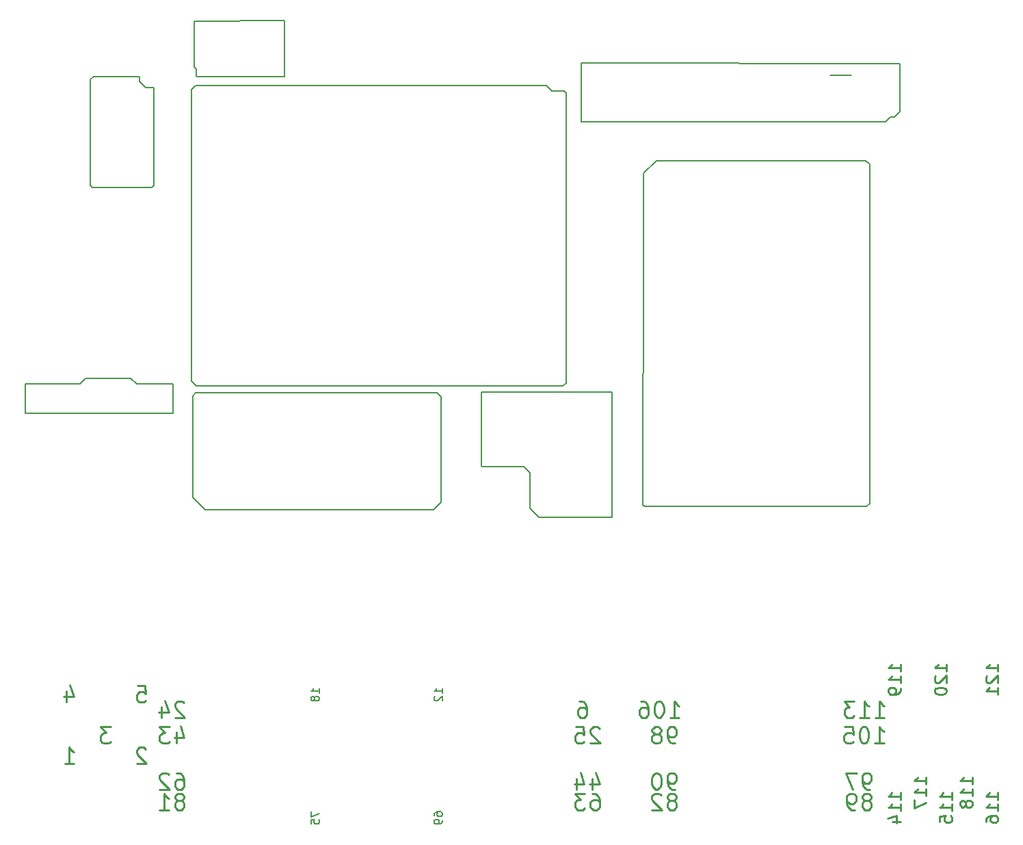
<source format=gbo>
G04 #@! TF.GenerationSoftware,KiCad,Pcbnew,(5.99.0-9206-g896188ca5e)*
G04 #@! TF.CreationDate,2021-02-20T22:34:01+02:00*
G04 #@! TF.ProjectId,hellen121vag,68656c6c-656e-4313-9231-7661672e6b69,a*
G04 #@! TF.SameCoordinates,PX2b953a0PY6943058*
G04 #@! TF.FileFunction,Legend,Bot*
G04 #@! TF.FilePolarity,Positive*
%FSLAX46Y46*%
G04 Gerber Fmt 4.6, Leading zero omitted, Abs format (unit mm)*
G04 Created by KiCad (PCBNEW (5.99.0-9206-g896188ca5e)) date 2021-02-20 22:34:01*
%MOMM*%
%LPD*%
G01*
G04 APERTURE LIST*
%ADD10C,0.250000*%
%ADD11C,0.200000*%
G04 APERTURE END LIST*
D10*
X127063571Y23745000D02*
X127063571Y24602143D01*
X127063571Y24173572D02*
X125563571Y24173572D01*
X125777857Y24316429D01*
X125920714Y24459286D01*
X125992142Y24602143D01*
X127063571Y22316429D02*
X127063571Y23173572D01*
X127063571Y22745000D02*
X125563571Y22745000D01*
X125777857Y22887858D01*
X125920714Y23030715D01*
X125992142Y23173572D01*
X127063571Y21602143D02*
X127063571Y21316429D01*
X126992142Y21173572D01*
X126920714Y21102143D01*
X126706428Y20959286D01*
X126420714Y20887858D01*
X125849285Y20887858D01*
X125706428Y20959286D01*
X125635000Y21030715D01*
X125563571Y21173572D01*
X125563571Y21459286D01*
X125635000Y21602143D01*
X125706428Y21673572D01*
X125849285Y21745000D01*
X126206428Y21745000D01*
X126349285Y21673572D01*
X126420714Y21602143D01*
X126492142Y21459286D01*
X126492142Y21173572D01*
X126420714Y21030715D01*
X126349285Y20959286D01*
X126206428Y20887858D01*
X139128571Y23745000D02*
X139128571Y24602143D01*
X139128571Y24173572D02*
X137628571Y24173572D01*
X137842857Y24316429D01*
X137985714Y24459286D01*
X138057142Y24602143D01*
X137771428Y23173572D02*
X137700000Y23102143D01*
X137628571Y22959286D01*
X137628571Y22602143D01*
X137700000Y22459286D01*
X137771428Y22387858D01*
X137914285Y22316429D01*
X138057142Y22316429D01*
X138271428Y22387858D01*
X139128571Y23245000D01*
X139128571Y22316429D01*
X139128571Y20887858D02*
X139128571Y21745000D01*
X139128571Y21316429D02*
X137628571Y21316429D01*
X137842857Y21459286D01*
X137985714Y21602143D01*
X138057142Y21745000D01*
X139128571Y7870000D02*
X139128571Y8727143D01*
X139128571Y8298572D02*
X137628571Y8298572D01*
X137842857Y8441429D01*
X137985714Y8584286D01*
X138057142Y8727143D01*
X139128571Y6441429D02*
X139128571Y7298572D01*
X139128571Y6870000D02*
X137628571Y6870000D01*
X137842857Y7012858D01*
X137985714Y7155715D01*
X138057142Y7298572D01*
X137628571Y5155715D02*
X137628571Y5441429D01*
X137700000Y5584286D01*
X137771428Y5655715D01*
X137985714Y5798572D01*
X138271428Y5870000D01*
X138842857Y5870000D01*
X138985714Y5798572D01*
X139057142Y5727143D01*
X139128571Y5584286D01*
X139128571Y5298572D01*
X139057142Y5155715D01*
X138985714Y5084286D01*
X138842857Y5012858D01*
X138485714Y5012858D01*
X138342857Y5084286D01*
X138271428Y5155715D01*
X138200000Y5298572D01*
X138200000Y5584286D01*
X138271428Y5727143D01*
X138342857Y5798572D01*
X138485714Y5870000D01*
X133413571Y7870000D02*
X133413571Y8727143D01*
X133413571Y8298572D02*
X131913571Y8298572D01*
X132127857Y8441429D01*
X132270714Y8584286D01*
X132342142Y8727143D01*
X133413571Y6441429D02*
X133413571Y7298572D01*
X133413571Y6870000D02*
X131913571Y6870000D01*
X132127857Y7012858D01*
X132270714Y7155715D01*
X132342142Y7298572D01*
X131913571Y5084286D02*
X131913571Y5798572D01*
X132627857Y5870000D01*
X132556428Y5798572D01*
X132485000Y5655715D01*
X132485000Y5298572D01*
X132556428Y5155715D01*
X132627857Y5084286D01*
X132770714Y5012858D01*
X133127857Y5012858D01*
X133270714Y5084286D01*
X133342142Y5155715D01*
X133413571Y5298572D01*
X133413571Y5655715D01*
X133342142Y5798572D01*
X133270714Y5870000D01*
X135953571Y9775000D02*
X135953571Y10632143D01*
X135953571Y10203572D02*
X134453571Y10203572D01*
X134667857Y10346429D01*
X134810714Y10489286D01*
X134882142Y10632143D01*
X135953571Y8346429D02*
X135953571Y9203572D01*
X135953571Y8775000D02*
X134453571Y8775000D01*
X134667857Y8917858D01*
X134810714Y9060715D01*
X134882142Y9203572D01*
X135096428Y7489286D02*
X135025000Y7632143D01*
X134953571Y7703572D01*
X134810714Y7775000D01*
X134739285Y7775000D01*
X134596428Y7703572D01*
X134525000Y7632143D01*
X134453571Y7489286D01*
X134453571Y7203572D01*
X134525000Y7060715D01*
X134596428Y6989286D01*
X134739285Y6917858D01*
X134810714Y6917858D01*
X134953571Y6989286D01*
X135025000Y7060715D01*
X135096428Y7203572D01*
X135096428Y7489286D01*
X135167857Y7632143D01*
X135239285Y7703572D01*
X135382142Y7775000D01*
X135667857Y7775000D01*
X135810714Y7703572D01*
X135882142Y7632143D01*
X135953571Y7489286D01*
X135953571Y7203572D01*
X135882142Y7060715D01*
X135810714Y6989286D01*
X135667857Y6917858D01*
X135382142Y6917858D01*
X135239285Y6989286D01*
X135167857Y7060715D01*
X135096428Y7203572D01*
X132778571Y23745000D02*
X132778571Y24602143D01*
X132778571Y24173572D02*
X131278571Y24173572D01*
X131492857Y24316429D01*
X131635714Y24459286D01*
X131707142Y24602143D01*
X131421428Y23173572D02*
X131350000Y23102143D01*
X131278571Y22959286D01*
X131278571Y22602143D01*
X131350000Y22459286D01*
X131421428Y22387858D01*
X131564285Y22316429D01*
X131707142Y22316429D01*
X131921428Y22387858D01*
X132778571Y23245000D01*
X132778571Y22316429D01*
X131278571Y21387858D02*
X131278571Y21245000D01*
X131350000Y21102143D01*
X131421428Y21030715D01*
X131564285Y20959286D01*
X131850000Y20887858D01*
X132207142Y20887858D01*
X132492857Y20959286D01*
X132635714Y21030715D01*
X132707142Y21102143D01*
X132778571Y21245000D01*
X132778571Y21387858D01*
X132707142Y21530715D01*
X132635714Y21602143D01*
X132492857Y21673572D01*
X132207142Y21745000D01*
X131850000Y21745000D01*
X131564285Y21673572D01*
X131421428Y21602143D01*
X131350000Y21530715D01*
X131278571Y21387858D01*
X130238571Y9775000D02*
X130238571Y10632143D01*
X130238571Y10203572D02*
X128738571Y10203572D01*
X128952857Y10346429D01*
X129095714Y10489286D01*
X129167142Y10632143D01*
X130238571Y8346429D02*
X130238571Y9203572D01*
X130238571Y8775000D02*
X128738571Y8775000D01*
X128952857Y8917858D01*
X129095714Y9060715D01*
X129167142Y9203572D01*
X128738571Y7846429D02*
X128738571Y6846429D01*
X130238571Y7489286D01*
X127063571Y7870000D02*
X127063571Y8727143D01*
X127063571Y8298572D02*
X125563571Y8298572D01*
X125777857Y8441429D01*
X125920714Y8584286D01*
X125992142Y8727143D01*
X127063571Y6441429D02*
X127063571Y7298572D01*
X127063571Y6870000D02*
X125563571Y6870000D01*
X125777857Y7012858D01*
X125920714Y7155715D01*
X125992142Y7298572D01*
X126063571Y5155715D02*
X127063571Y5155715D01*
X125492142Y5512858D02*
X126563571Y5870000D01*
X126563571Y4941429D01*
X123082857Y7743096D02*
X123273333Y7838334D01*
X123368571Y7933572D01*
X123463809Y8124048D01*
X123463809Y8219286D01*
X123368571Y8409762D01*
X123273333Y8505000D01*
X123082857Y8600239D01*
X122701904Y8600239D01*
X122511428Y8505000D01*
X122416190Y8409762D01*
X122320952Y8219286D01*
X122320952Y8124048D01*
X122416190Y7933572D01*
X122511428Y7838334D01*
X122701904Y7743096D01*
X123082857Y7743096D01*
X123273333Y7647858D01*
X123368571Y7552620D01*
X123463809Y7362143D01*
X123463809Y6981191D01*
X123368571Y6790715D01*
X123273333Y6695477D01*
X123082857Y6600239D01*
X122701904Y6600239D01*
X122511428Y6695477D01*
X122416190Y6790715D01*
X122320952Y6981191D01*
X122320952Y7362143D01*
X122416190Y7552620D01*
X122511428Y7647858D01*
X122701904Y7743096D01*
X121368571Y6600239D02*
X120987619Y6600239D01*
X120797142Y6695477D01*
X120701904Y6790715D01*
X120511428Y7076429D01*
X120416190Y7457381D01*
X120416190Y8219286D01*
X120511428Y8409762D01*
X120606666Y8505000D01*
X120797142Y8600239D01*
X121178095Y8600239D01*
X121368571Y8505000D01*
X121463809Y8409762D01*
X121559047Y8219286D01*
X121559047Y7743096D01*
X121463809Y7552620D01*
X121368571Y7457381D01*
X121178095Y7362143D01*
X120797142Y7362143D01*
X120606666Y7457381D01*
X120511428Y7552620D01*
X120416190Y7743096D01*
X123273333Y9140239D02*
X122892380Y9140239D01*
X122701904Y9235477D01*
X122606666Y9330715D01*
X122416190Y9616429D01*
X122320952Y9997381D01*
X122320952Y10759286D01*
X122416190Y10949762D01*
X122511428Y11045000D01*
X122701904Y11140239D01*
X123082857Y11140239D01*
X123273333Y11045000D01*
X123368571Y10949762D01*
X123463809Y10759286D01*
X123463809Y10283096D01*
X123368571Y10092620D01*
X123273333Y9997381D01*
X123082857Y9902143D01*
X122701904Y9902143D01*
X122511428Y9997381D01*
X122416190Y10092620D01*
X122320952Y10283096D01*
X121654285Y11140239D02*
X120320952Y11140239D01*
X121178095Y9140239D01*
X123883333Y14870239D02*
X125026190Y14870239D01*
X124454761Y14870239D02*
X124454761Y16870239D01*
X124645238Y16584524D01*
X124835714Y16394048D01*
X125026190Y16298810D01*
X122645238Y16870239D02*
X122454761Y16870239D01*
X122264285Y16775000D01*
X122169047Y16679762D01*
X122073809Y16489286D01*
X121978571Y16108334D01*
X121978571Y15632143D01*
X122073809Y15251191D01*
X122169047Y15060715D01*
X122264285Y14965477D01*
X122454761Y14870239D01*
X122645238Y14870239D01*
X122835714Y14965477D01*
X122930952Y15060715D01*
X123026190Y15251191D01*
X123121428Y15632143D01*
X123121428Y16108334D01*
X123026190Y16489286D01*
X122930952Y16679762D01*
X122835714Y16775000D01*
X122645238Y16870239D01*
X120169047Y16870239D02*
X121121428Y16870239D01*
X121216666Y15917858D01*
X121121428Y16013096D01*
X120930952Y16108334D01*
X120454761Y16108334D01*
X120264285Y16013096D01*
X120169047Y15917858D01*
X120073809Y15727381D01*
X120073809Y15251191D01*
X120169047Y15060715D01*
X120264285Y14965477D01*
X120454761Y14870239D01*
X120930952Y14870239D01*
X121121428Y14965477D01*
X121216666Y15060715D01*
X123908333Y18030239D02*
X125051190Y18030239D01*
X124479761Y18030239D02*
X124479761Y20030239D01*
X124670238Y19744524D01*
X124860714Y19554048D01*
X125051190Y19458810D01*
X122003571Y18030239D02*
X123146428Y18030239D01*
X122575000Y18030239D02*
X122575000Y20030239D01*
X122765476Y19744524D01*
X122955952Y19554048D01*
X123146428Y19458810D01*
X121336904Y20030239D02*
X120098809Y20030239D01*
X120765476Y19268334D01*
X120479761Y19268334D01*
X120289285Y19173096D01*
X120194047Y19077858D01*
X120098809Y18887381D01*
X120098809Y18411191D01*
X120194047Y18220715D01*
X120289285Y18125477D01*
X120479761Y18030239D01*
X121051190Y18030239D01*
X121241666Y18125477D01*
X121336904Y18220715D01*
X98952857Y7743096D02*
X99143333Y7838334D01*
X99238571Y7933572D01*
X99333809Y8124048D01*
X99333809Y8219286D01*
X99238571Y8409762D01*
X99143333Y8505000D01*
X98952857Y8600239D01*
X98571904Y8600239D01*
X98381428Y8505000D01*
X98286190Y8409762D01*
X98190952Y8219286D01*
X98190952Y8124048D01*
X98286190Y7933572D01*
X98381428Y7838334D01*
X98571904Y7743096D01*
X98952857Y7743096D01*
X99143333Y7647858D01*
X99238571Y7552620D01*
X99333809Y7362143D01*
X99333809Y6981191D01*
X99238571Y6790715D01*
X99143333Y6695477D01*
X98952857Y6600239D01*
X98571904Y6600239D01*
X98381428Y6695477D01*
X98286190Y6790715D01*
X98190952Y6981191D01*
X98190952Y7362143D01*
X98286190Y7552620D01*
X98381428Y7647858D01*
X98571904Y7743096D01*
X97429047Y8409762D02*
X97333809Y8505000D01*
X97143333Y8600239D01*
X96667142Y8600239D01*
X96476666Y8505000D01*
X96381428Y8409762D01*
X96286190Y8219286D01*
X96286190Y8028810D01*
X96381428Y7743096D01*
X97524285Y6600239D01*
X96286190Y6600239D01*
X99143333Y9140239D02*
X98762380Y9140239D01*
X98571904Y9235477D01*
X98476666Y9330715D01*
X98286190Y9616429D01*
X98190952Y9997381D01*
X98190952Y10759286D01*
X98286190Y10949762D01*
X98381428Y11045000D01*
X98571904Y11140239D01*
X98952857Y11140239D01*
X99143333Y11045000D01*
X99238571Y10949762D01*
X99333809Y10759286D01*
X99333809Y10283096D01*
X99238571Y10092620D01*
X99143333Y9997381D01*
X98952857Y9902143D01*
X98571904Y9902143D01*
X98381428Y9997381D01*
X98286190Y10092620D01*
X98190952Y10283096D01*
X96952857Y11140239D02*
X96762380Y11140239D01*
X96571904Y11045000D01*
X96476666Y10949762D01*
X96381428Y10759286D01*
X96286190Y10378334D01*
X96286190Y9902143D01*
X96381428Y9521191D01*
X96476666Y9330715D01*
X96571904Y9235477D01*
X96762380Y9140239D01*
X96952857Y9140239D01*
X97143333Y9235477D01*
X97238571Y9330715D01*
X97333809Y9521191D01*
X97429047Y9902143D01*
X97429047Y10378334D01*
X97333809Y10759286D01*
X97238571Y10949762D01*
X97143333Y11045000D01*
X96952857Y11140239D01*
X99143333Y14855239D02*
X98762380Y14855239D01*
X98571904Y14950477D01*
X98476666Y15045715D01*
X98286190Y15331429D01*
X98190952Y15712381D01*
X98190952Y16474286D01*
X98286190Y16664762D01*
X98381428Y16760000D01*
X98571904Y16855239D01*
X98952857Y16855239D01*
X99143333Y16760000D01*
X99238571Y16664762D01*
X99333809Y16474286D01*
X99333809Y15998096D01*
X99238571Y15807620D01*
X99143333Y15712381D01*
X98952857Y15617143D01*
X98571904Y15617143D01*
X98381428Y15712381D01*
X98286190Y15807620D01*
X98190952Y15998096D01*
X97048095Y15998096D02*
X97238571Y16093334D01*
X97333809Y16188572D01*
X97429047Y16379048D01*
X97429047Y16474286D01*
X97333809Y16664762D01*
X97238571Y16760000D01*
X97048095Y16855239D01*
X96667142Y16855239D01*
X96476666Y16760000D01*
X96381428Y16664762D01*
X96286190Y16474286D01*
X96286190Y16379048D01*
X96381428Y16188572D01*
X96476666Y16093334D01*
X96667142Y15998096D01*
X97048095Y15998096D01*
X97238571Y15902858D01*
X97333809Y15807620D01*
X97429047Y15617143D01*
X97429047Y15236191D01*
X97333809Y15045715D01*
X97238571Y14950477D01*
X97048095Y14855239D01*
X96667142Y14855239D01*
X96476666Y14950477D01*
X96381428Y15045715D01*
X96286190Y15236191D01*
X96286190Y15617143D01*
X96381428Y15807620D01*
X96476666Y15902858D01*
X96667142Y15998096D01*
X98508333Y18030239D02*
X99651190Y18030239D01*
X99079761Y18030239D02*
X99079761Y20030239D01*
X99270238Y19744524D01*
X99460714Y19554048D01*
X99651190Y19458810D01*
X97270238Y20030239D02*
X97079761Y20030239D01*
X96889285Y19935000D01*
X96794047Y19839762D01*
X96698809Y19649286D01*
X96603571Y19268334D01*
X96603571Y18792143D01*
X96698809Y18411191D01*
X96794047Y18220715D01*
X96889285Y18125477D01*
X97079761Y18030239D01*
X97270238Y18030239D01*
X97460714Y18125477D01*
X97555952Y18220715D01*
X97651190Y18411191D01*
X97746428Y18792143D01*
X97746428Y19268334D01*
X97651190Y19649286D01*
X97555952Y19839762D01*
X97460714Y19935000D01*
X97270238Y20030239D01*
X94889285Y20030239D02*
X95270238Y20030239D01*
X95460714Y19935000D01*
X95555952Y19839762D01*
X95746428Y19554048D01*
X95841666Y19173096D01*
X95841666Y18411191D01*
X95746428Y18220715D01*
X95651190Y18125477D01*
X95460714Y18030239D01*
X95079761Y18030239D01*
X94889285Y18125477D01*
X94794047Y18220715D01*
X94698809Y18411191D01*
X94698809Y18887381D01*
X94794047Y19077858D01*
X94889285Y19173096D01*
X95079761Y19268334D01*
X95460714Y19268334D01*
X95651190Y19173096D01*
X95746428Y19077858D01*
X95841666Y18887381D01*
X88856428Y8600239D02*
X89237380Y8600239D01*
X89427857Y8505000D01*
X89523095Y8409762D01*
X89713571Y8124048D01*
X89808809Y7743096D01*
X89808809Y6981191D01*
X89713571Y6790715D01*
X89618333Y6695477D01*
X89427857Y6600239D01*
X89046904Y6600239D01*
X88856428Y6695477D01*
X88761190Y6790715D01*
X88665952Y6981191D01*
X88665952Y7457381D01*
X88761190Y7647858D01*
X88856428Y7743096D01*
X89046904Y7838334D01*
X89427857Y7838334D01*
X89618333Y7743096D01*
X89713571Y7647858D01*
X89808809Y7457381D01*
X87999285Y8600239D02*
X86761190Y8600239D01*
X87427857Y7838334D01*
X87142142Y7838334D01*
X86951666Y7743096D01*
X86856428Y7647858D01*
X86761190Y7457381D01*
X86761190Y6981191D01*
X86856428Y6790715D01*
X86951666Y6695477D01*
X87142142Y6600239D01*
X87713571Y6600239D01*
X87904047Y6695477D01*
X87999285Y6790715D01*
X88856428Y10473572D02*
X88856428Y9140239D01*
X89332619Y11235477D02*
X89808809Y9806905D01*
X88570714Y9806905D01*
X86951666Y10473572D02*
X86951666Y9140239D01*
X87427857Y11235477D02*
X87904047Y9806905D01*
X86665952Y9806905D01*
X89808809Y16664762D02*
X89713571Y16760000D01*
X89523095Y16855239D01*
X89046904Y16855239D01*
X88856428Y16760000D01*
X88761190Y16664762D01*
X88665952Y16474286D01*
X88665952Y16283810D01*
X88761190Y15998096D01*
X89904047Y14855239D01*
X88665952Y14855239D01*
X86856428Y16855239D02*
X87808809Y16855239D01*
X87904047Y15902858D01*
X87808809Y15998096D01*
X87618333Y16093334D01*
X87142142Y16093334D01*
X86951666Y15998096D01*
X86856428Y15902858D01*
X86761190Y15712381D01*
X86761190Y15236191D01*
X86856428Y15045715D01*
X86951666Y14950477D01*
X87142142Y14855239D01*
X87618333Y14855239D01*
X87808809Y14950477D01*
X87904047Y15045715D01*
X87269047Y20030239D02*
X87650000Y20030239D01*
X87840476Y19935000D01*
X87935714Y19839762D01*
X88126190Y19554048D01*
X88221428Y19173096D01*
X88221428Y18411191D01*
X88126190Y18220715D01*
X88030952Y18125477D01*
X87840476Y18030239D01*
X87459523Y18030239D01*
X87269047Y18125477D01*
X87173809Y18220715D01*
X87078571Y18411191D01*
X87078571Y18887381D01*
X87173809Y19077858D01*
X87269047Y19173096D01*
X87459523Y19268334D01*
X87840476Y19268334D01*
X88030952Y19173096D01*
X88126190Y19077858D01*
X88221428Y18887381D01*
X32563809Y21935239D02*
X33516190Y21935239D01*
X33611428Y20982858D01*
X33516190Y21078096D01*
X33325714Y21173334D01*
X32849523Y21173334D01*
X32659047Y21078096D01*
X32563809Y20982858D01*
X32468571Y20792381D01*
X32468571Y20316191D01*
X32563809Y20125715D01*
X32659047Y20030477D01*
X32849523Y19935239D01*
X33325714Y19935239D01*
X33516190Y20030477D01*
X33611428Y20125715D01*
X23769047Y21268572D02*
X23769047Y19935239D01*
X24245238Y22030477D02*
X24721428Y20601905D01*
X23483333Y20601905D01*
X29261666Y16855239D02*
X28023571Y16855239D01*
X28690238Y16093334D01*
X28404523Y16093334D01*
X28214047Y15998096D01*
X28118809Y15902858D01*
X28023571Y15712381D01*
X28023571Y15236191D01*
X28118809Y15045715D01*
X28214047Y14950477D01*
X28404523Y14855239D01*
X28975952Y14855239D01*
X29166428Y14950477D01*
X29261666Y15045715D01*
X33611428Y14124762D02*
X33516190Y14220000D01*
X33325714Y14315239D01*
X32849523Y14315239D01*
X32659047Y14220000D01*
X32563809Y14124762D01*
X32468571Y13934286D01*
X32468571Y13743810D01*
X32563809Y13458096D01*
X33706666Y12315239D01*
X32468571Y12315239D01*
X23578571Y12315239D02*
X24721428Y12315239D01*
X24150000Y12315239D02*
X24150000Y14315239D01*
X24340476Y14029524D01*
X24530952Y13839048D01*
X24721428Y13743810D01*
X37992857Y7743096D02*
X38183333Y7838334D01*
X38278571Y7933572D01*
X38373809Y8124048D01*
X38373809Y8219286D01*
X38278571Y8409762D01*
X38183333Y8505000D01*
X37992857Y8600239D01*
X37611904Y8600239D01*
X37421428Y8505000D01*
X37326190Y8409762D01*
X37230952Y8219286D01*
X37230952Y8124048D01*
X37326190Y7933572D01*
X37421428Y7838334D01*
X37611904Y7743096D01*
X37992857Y7743096D01*
X38183333Y7647858D01*
X38278571Y7552620D01*
X38373809Y7362143D01*
X38373809Y6981191D01*
X38278571Y6790715D01*
X38183333Y6695477D01*
X37992857Y6600239D01*
X37611904Y6600239D01*
X37421428Y6695477D01*
X37326190Y6790715D01*
X37230952Y6981191D01*
X37230952Y7362143D01*
X37326190Y7552620D01*
X37421428Y7647858D01*
X37611904Y7743096D01*
X35326190Y6600239D02*
X36469047Y6600239D01*
X35897619Y6600239D02*
X35897619Y8600239D01*
X36088095Y8314524D01*
X36278571Y8124048D01*
X36469047Y8028810D01*
X37421428Y11140239D02*
X37802380Y11140239D01*
X37992857Y11045000D01*
X38088095Y10949762D01*
X38278571Y10664048D01*
X38373809Y10283096D01*
X38373809Y9521191D01*
X38278571Y9330715D01*
X38183333Y9235477D01*
X37992857Y9140239D01*
X37611904Y9140239D01*
X37421428Y9235477D01*
X37326190Y9330715D01*
X37230952Y9521191D01*
X37230952Y9997381D01*
X37326190Y10187858D01*
X37421428Y10283096D01*
X37611904Y10378334D01*
X37992857Y10378334D01*
X38183333Y10283096D01*
X38278571Y10187858D01*
X38373809Y9997381D01*
X36469047Y10949762D02*
X36373809Y11045000D01*
X36183333Y11140239D01*
X35707142Y11140239D01*
X35516666Y11045000D01*
X35421428Y10949762D01*
X35326190Y10759286D01*
X35326190Y10568810D01*
X35421428Y10283096D01*
X36564285Y9140239D01*
X35326190Y9140239D01*
X37421428Y16188572D02*
X37421428Y14855239D01*
X37897619Y16950477D02*
X38373809Y15521905D01*
X37135714Y15521905D01*
X36564285Y16855239D02*
X35326190Y16855239D01*
X35992857Y16093334D01*
X35707142Y16093334D01*
X35516666Y15998096D01*
X35421428Y15902858D01*
X35326190Y15712381D01*
X35326190Y15236191D01*
X35421428Y15045715D01*
X35516666Y14950477D01*
X35707142Y14855239D01*
X36278571Y14855239D01*
X36469047Y14950477D01*
X36564285Y15045715D01*
X38373809Y19839762D02*
X38278571Y19935000D01*
X38088095Y20030239D01*
X37611904Y20030239D01*
X37421428Y19935000D01*
X37326190Y19839762D01*
X37230952Y19649286D01*
X37230952Y19458810D01*
X37326190Y19173096D01*
X38469047Y18030239D01*
X37230952Y18030239D01*
X35516666Y19363572D02*
X35516666Y18030239D01*
X35992857Y20125477D02*
X36469047Y18696905D01*
X35230952Y18696905D01*
D11*
X69322380Y5885715D02*
X69322380Y6076191D01*
X69370000Y6171429D01*
X69417619Y6219048D01*
X69560476Y6314286D01*
X69750952Y6361905D01*
X70131904Y6361905D01*
X70227142Y6314286D01*
X70274761Y6266667D01*
X70322380Y6171429D01*
X70322380Y5980953D01*
X70274761Y5885715D01*
X70227142Y5838096D01*
X70131904Y5790477D01*
X69893809Y5790477D01*
X69798571Y5838096D01*
X69750952Y5885715D01*
X69703333Y5980953D01*
X69703333Y6171429D01*
X69750952Y6266667D01*
X69798571Y6314286D01*
X69893809Y6361905D01*
X70322380Y5314286D02*
X70322380Y5123810D01*
X70274761Y5028572D01*
X70227142Y4980953D01*
X70084285Y4885715D01*
X69893809Y4838096D01*
X69512857Y4838096D01*
X69417619Y4885715D01*
X69370000Y4933334D01*
X69322380Y5028572D01*
X69322380Y5219048D01*
X69370000Y5314286D01*
X69417619Y5361905D01*
X69512857Y5409524D01*
X69750952Y5409524D01*
X69846190Y5361905D01*
X69893809Y5314286D01*
X69941428Y5219048D01*
X69941428Y5028572D01*
X69893809Y4933334D01*
X69846190Y4885715D01*
X69750952Y4838096D01*
X70322380Y21030477D02*
X70322380Y21601905D01*
X70322380Y21316191D02*
X69322380Y21316191D01*
X69465238Y21411429D01*
X69560476Y21506667D01*
X69608095Y21601905D01*
X69417619Y20649524D02*
X69370000Y20601905D01*
X69322380Y20506667D01*
X69322380Y20268572D01*
X69370000Y20173334D01*
X69417619Y20125715D01*
X69512857Y20078096D01*
X69608095Y20078096D01*
X69750952Y20125715D01*
X70322380Y20697143D01*
X70322380Y20078096D01*
X55082380Y21030477D02*
X55082380Y21601905D01*
X55082380Y21316191D02*
X54082380Y21316191D01*
X54225238Y21411429D01*
X54320476Y21506667D01*
X54368095Y21601905D01*
X54510952Y20459048D02*
X54463333Y20554286D01*
X54415714Y20601905D01*
X54320476Y20649524D01*
X54272857Y20649524D01*
X54177619Y20601905D01*
X54130000Y20554286D01*
X54082380Y20459048D01*
X54082380Y20268572D01*
X54130000Y20173334D01*
X54177619Y20125715D01*
X54272857Y20078096D01*
X54320476Y20078096D01*
X54415714Y20125715D01*
X54463333Y20173334D01*
X54510952Y20268572D01*
X54510952Y20459048D01*
X54558571Y20554286D01*
X54606190Y20601905D01*
X54701428Y20649524D01*
X54891904Y20649524D01*
X54987142Y20601905D01*
X55034761Y20554286D01*
X55082380Y20459048D01*
X55082380Y20268572D01*
X55034761Y20173334D01*
X54987142Y20125715D01*
X54891904Y20078096D01*
X54701428Y20078096D01*
X54606190Y20125715D01*
X54558571Y20173334D01*
X54510952Y20268572D01*
X54082380Y6409524D02*
X54082380Y5742858D01*
X55082380Y6171429D01*
X54082380Y4885715D02*
X54082380Y5361905D01*
X54558571Y5409524D01*
X54510952Y5361905D01*
X54463333Y5266667D01*
X54463333Y5028572D01*
X54510952Y4933334D01*
X54558571Y4885715D01*
X54653809Y4838096D01*
X54891904Y4838096D01*
X54987142Y4885715D01*
X55034761Y4933334D01*
X55082380Y5028572D01*
X55082380Y5266667D01*
X55034761Y5361905D01*
X54987142Y5409524D01*
G04 #@! TO.C,M3*
X39800133Y96221376D02*
X83187501Y96221376D01*
X39312496Y95733739D02*
X39800133Y96221376D01*
X83187501Y96221376D02*
X83887500Y95521378D01*
X39312496Y95733739D02*
X39312499Y59641454D01*
X85412501Y95521378D02*
X85636701Y95297177D01*
X39881588Y59072365D02*
X85294274Y59072370D01*
X85636701Y95297177D02*
X85636709Y59414805D01*
X85294274Y59072370D02*
X85636709Y59414805D01*
X39312499Y59641454D02*
X39881588Y59072365D01*
X83887500Y95521378D02*
X85412501Y95521378D01*
G04 #@! TO.C,M1*
X39637499Y98506668D02*
X39637499Y104204490D01*
X39912503Y97406663D02*
X39968705Y97356663D01*
X39912503Y97406663D02*
X39912503Y98231662D01*
X39968705Y97356663D02*
X50812499Y97356663D01*
X39637499Y104204490D02*
X50812499Y104243337D01*
X39637499Y98506668D02*
X39912503Y98231662D01*
X50812499Y97350460D02*
X50812499Y104243337D01*
G04 #@! TO.C,M7*
X34367769Y83639585D02*
X34617388Y83889203D01*
X27129036Y97312913D02*
X32867386Y97312913D01*
X32867386Y96714204D02*
X33617387Y95964203D01*
X33617387Y95964203D02*
X34617388Y95964203D01*
X26767388Y83889584D02*
X26767388Y96951265D01*
X27017388Y83639585D02*
X34367769Y83639585D01*
X34617388Y83889203D02*
X34617388Y95964203D01*
X26767388Y96951265D02*
X27129036Y97312913D01*
X32867386Y96714204D02*
X32867386Y97312913D01*
X26767388Y83889584D02*
X27017388Y83639585D01*
G04 #@! TO.C,M4*
X39812506Y58221380D02*
X69712499Y58221377D01*
X40962501Y43746374D02*
X69292500Y43746374D01*
X70212498Y44671371D02*
X70212498Y57721378D01*
X69287501Y43746374D02*
X70212498Y44671371D01*
X39412501Y45296374D02*
X39412501Y57821375D01*
X69712499Y58221377D02*
X70212498Y57721378D01*
X39412501Y45296374D02*
X40962501Y43746374D01*
X39412501Y57821375D02*
X39812506Y58221380D01*
G04 #@! TO.C,M6*
X123251546Y44501216D02*
X123251546Y86476215D01*
X95276545Y60626216D02*
X95276545Y85376215D01*
X95141000Y44361760D02*
X95141000Y60490671D01*
X122776546Y86951215D02*
X123251546Y86476215D01*
X95276545Y85376215D02*
X96851546Y86951215D01*
X95141000Y60490671D02*
X95276545Y60626216D01*
X122868575Y44118245D02*
X123251546Y44501216D01*
X96851546Y86951215D02*
X122776546Y86951215D01*
X95384515Y44118245D02*
X122868575Y44118245D01*
X95141000Y44361760D02*
X95384515Y44118245D01*
G04 #@! TO.C,M5*
X18689073Y59288534D02*
X25439072Y59288534D01*
X18689073Y55713535D02*
X18689073Y59288534D01*
X18689073Y55713535D02*
X36964073Y55713535D01*
X31764076Y60013534D02*
X32489076Y59288534D01*
X36964073Y55713535D02*
X36964073Y59288534D01*
X32489076Y59288534D02*
X36964073Y59288534D01*
X25439072Y59288534D02*
X26164072Y60013534D01*
X26164072Y60013534D02*
X31764076Y60013534D01*
G04 #@! TO.C,M2*
X126999998Y93000007D02*
X126999998Y98925342D01*
X87575000Y98999820D02*
X126999998Y98925342D01*
X125825000Y92350001D02*
X126349992Y92350001D01*
X125224998Y91750000D02*
X125825000Y92350001D01*
X126349992Y92350001D02*
X126999998Y93000007D01*
X118350003Y97475005D02*
X120975004Y97475005D01*
X87575000Y91750000D02*
X87575000Y98999820D01*
X87575000Y91750000D02*
X125224998Y91750000D01*
G04 #@! TO.C,M8*
X82258983Y42812111D02*
X91333984Y42812111D01*
X81183984Y43887110D02*
X82258983Y42812111D01*
X75284019Y49037075D02*
X80434021Y49037075D01*
X75158985Y49162109D02*
X75284019Y49037075D01*
X91333984Y42812111D02*
X91333984Y58337112D01*
X80434021Y49037075D02*
X81183984Y48287112D01*
X75158985Y58337112D02*
X91333984Y58337112D01*
X81183984Y43887110D02*
X81183984Y48287112D01*
X75158985Y49162109D02*
X75158985Y58337112D01*
G04 #@! TD*
M02*

</source>
